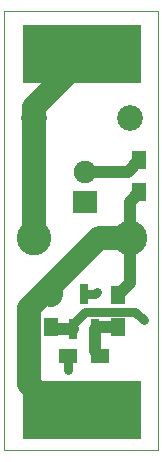
<source format=gtl>
G04 #@! TF.FileFunction,Copper,L1,Top,Signal*
%FSLAX46Y46*%
G04 Gerber Fmt 4.6, Leading zero omitted, Abs format (unit mm)*
G04 Created by KiCad (PCBNEW 0.201602231446+6579~42~ubuntu15.04.1-product) date Fri 26 Feb 2016 04:43:04 PM EST*
%MOMM*%
G01*
G04 APERTURE LIST*
%ADD10C,0.100000*%
%ADD11R,2.000000X1.900000*%
%ADD12C,1.900000*%
%ADD13R,0.800100X1.800860*%
%ADD14R,1.300000X1.500000*%
%ADD15R,1.500000X1.300000*%
%ADD16R,10.000000X5.000000*%
%ADD17C,2.930000*%
%ADD18C,2.170000*%
%ADD19C,0.600000*%
%ADD20C,0.750000*%
%ADD21C,1.000000*%
%ADD22C,2.000000*%
G04 APERTURE END LIST*
D10*
X102600000Y-86400000D02*
X102600000Y-49200000D01*
X115600000Y-86400000D02*
X102600000Y-86400000D01*
X115600000Y-49200000D02*
X115600000Y-86400000D01*
X102600000Y-49200000D02*
X115600000Y-49200000D01*
D11*
X109400000Y-65340000D03*
D12*
X109400000Y-62800000D03*
D13*
X108395891Y-76119947D03*
X110295891Y-76119947D03*
X109345891Y-73117667D03*
D14*
X112200000Y-73268807D03*
X112200000Y-75968807D03*
D15*
X107995891Y-78418807D03*
X110695891Y-78418807D03*
D14*
X106545891Y-73268807D03*
X106545891Y-75968807D03*
X114000000Y-64550000D03*
X114000000Y-61850000D03*
D16*
X109200000Y-52800000D03*
X109200000Y-83000000D03*
D17*
X105070000Y-68400000D03*
D18*
X113200000Y-58240000D03*
D17*
X113200000Y-68400000D03*
D18*
X105070000Y-58240000D03*
D19*
X108000000Y-79600000D03*
X110400000Y-73000000D03*
X114400000Y-75400000D03*
D20*
X107995891Y-78418807D02*
X107995891Y-79595891D01*
X107995891Y-79595891D02*
X108000000Y-79600000D01*
X109345891Y-73117667D02*
X110282333Y-73117667D01*
X110282333Y-73117667D02*
X110400000Y-73000000D01*
D21*
X110295891Y-76119947D02*
X110295891Y-78018807D01*
X110295891Y-78018807D02*
X110695891Y-78418807D01*
X111945891Y-75968807D02*
X110447031Y-75968807D01*
X110447031Y-75968807D02*
X110295891Y-76119947D01*
X109400000Y-62800000D02*
X113050000Y-62800000D01*
X113050000Y-62800000D02*
X114000000Y-61850000D01*
D22*
X104695890Y-80795890D02*
X104695890Y-74316724D01*
X106900000Y-83000000D02*
X104695890Y-80795890D01*
X109400000Y-83000000D02*
X106900000Y-83000000D01*
X104695890Y-74316724D02*
X106545891Y-72466723D01*
X106545891Y-72457185D02*
X110603076Y-68400000D01*
X110603076Y-68400000D02*
X111128178Y-68400000D01*
D21*
X113200000Y-72260435D02*
X112211034Y-73249401D01*
X113200000Y-68400000D02*
X113200000Y-72260435D01*
D22*
X106545891Y-72466723D02*
X106545891Y-73268807D01*
X106545891Y-73268807D02*
X106545891Y-72457185D01*
X111128178Y-68400000D02*
X113200000Y-68400000D01*
D21*
X113200000Y-68400000D02*
X113200000Y-65350000D01*
X113200000Y-65350000D02*
X114000000Y-64550000D01*
D20*
X113643806Y-74643806D02*
X114400000Y-75400000D01*
X108395891Y-76119947D02*
X108395891Y-75684465D01*
X108395891Y-75684465D02*
X109436550Y-74643806D01*
X109436550Y-74643806D02*
X113643806Y-74643806D01*
D21*
X108395891Y-76119947D02*
X106697031Y-76119947D01*
X106697031Y-76119947D02*
X106545891Y-75968807D01*
D22*
X105070000Y-68400000D02*
X105070000Y-58240000D01*
X105070000Y-58240000D02*
X105070000Y-57330000D01*
X105070000Y-57330000D02*
X109400000Y-53000000D01*
M02*

</source>
